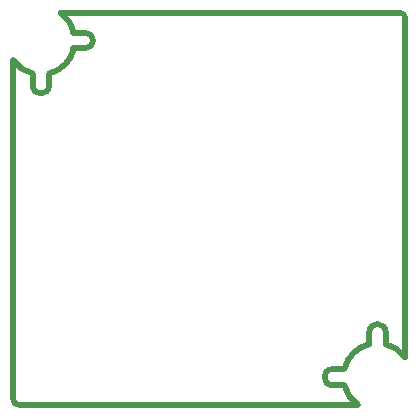
<source format=gm1>
G04*
G04 #@! TF.GenerationSoftware,Altium Limited,Altium Designer,18.1.6 (161)*
G04*
G04 Layer_Color=16711935*
%FSTAX24Y24*%
%MOIN*%
G70*
G01*
G75*
%ADD40C,0.0200*%
%ADD60C,0.0200*%
D40*
X004086Y001678D02*
D03*
X015376Y001678D02*
D03*
X015377Y001678D02*
D03*
X015379Y001682D02*
D03*
X015378Y001683D02*
D03*
X015378Y001683D02*
D03*
X015378Y001683D02*
D03*
X014935Y002332D02*
D03*
X014541Y002334D02*
D03*
X01576Y003709D02*
D03*
X015762Y004103D02*
D03*
X015762Y004103D02*
D03*
X016961Y003266D02*
D03*
X016966Y014559D02*
D03*
X016767Y014758D02*
D03*
D03*
X006311Y014082D02*
D03*
X006311Y014082D02*
D03*
X005092Y012727D02*
D03*
X003891Y01317D02*
D03*
D60*
X003886Y001877D02*
G03*
X004086Y001678I000199J0D01*
G01*
X015378Y001677D02*
G03*
X015382Y001679I000001J000002D01*
G01*
D02*
G03*
X015381Y001681I-000003J0D01*
G01*
X014935Y002332D02*
G03*
X015378Y001683I001101J000276D01*
G01*
X014935Y002332D02*
G03*
X014933Y002334I-000003J-000001D01*
G01*
X014541Y002882D02*
G03*
X014541Y002334I0J-000274D01*
G01*
X014933Y002882D02*
G03*
X014935Y002884I0J000003D01*
G01*
X01576Y003709D02*
G03*
X014935Y002884I000276J-001101D01*
G01*
X01576Y003709D02*
G03*
X015762Y003711I-000001J000003D01*
G01*
X01631Y004103D02*
G03*
X015762Y004103I-000274J0D01*
G01*
X01631Y003711D02*
G03*
X016312Y003709I000003J0D01*
G01*
X016961Y003266D02*
G03*
X016312Y003709I-000925J-000658D01*
G01*
X016961Y003266D02*
G03*
X016966Y003267I000002J000001D01*
G01*
Y014558D02*
G03*
X016966Y014559I-000003J0D01*
G01*
Y014558D02*
G03*
X016966Y014559I-000199J0D01*
G01*
Y014559D02*
G03*
X016767Y014758I-000199J-0D01*
G01*
X005476Y014758D02*
G03*
X005474Y014753I0J-000003D01*
G01*
X005917Y014105D02*
G03*
X005474Y014753I-001101J-000277D01*
G01*
X005901Y014086D02*
G03*
X005917Y014105I-002854J00226D01*
G01*
X005901Y014086D02*
G03*
X005901Y014084I000002J-000002D01*
G01*
Y014084D02*
G03*
X005903Y014082I000003J-0D01*
G01*
X006564Y013828D02*
G03*
X006311Y014082I-000253J0D01*
G01*
X006311Y013575D02*
G03*
X006564Y013828I0J000253D01*
G01*
X005903Y013575D02*
G03*
X005901Y013571I0J-000003D01*
G01*
X005917Y013551D02*
G03*
X005901Y013571I-002878J-002247D01*
G01*
X005092Y012727D02*
G03*
X005917Y013551I-000276J001101D01*
G01*
X005092Y012727D02*
G03*
X00509Y012725I000001J-000003D01*
G01*
X004542Y012333D02*
G03*
X00509Y012333I000274J0D01*
G01*
X004542Y012725D02*
G03*
X00454Y012727I-000003J0D01*
G01*
X003891Y01317D02*
G03*
X00454Y012727I000925J000658D01*
G01*
X003891Y01317D02*
G03*
X003886Y013169I-000002J-000001D01*
G01*
Y001878D02*
G03*
X003886Y001877I000003J0D01*
G01*
X004086Y001678D02*
Y001678D01*
Y001678D02*
X015376D01*
X015376Y001678D01*
X015376Y001678D02*
X015377Y001678D01*
X015377Y001678D02*
X015378Y001677D01*
X01538Y001682D02*
X015381Y001681D01*
X01538Y001682D02*
X01538Y001682D01*
X015379Y001682D02*
X01538Y001682D01*
X015378Y001683D02*
X015379Y001682D01*
X015378Y001683D02*
X015378Y001683D01*
X015378Y001683D01*
X015378Y001683D02*
X015378Y001683D01*
X014935Y002332D02*
X014935Y002332D01*
X014541Y002334D02*
X014933D01*
X014541Y002882D02*
X014933D01*
X014935Y002884D02*
X014935Y002884D01*
X01576Y003709D02*
X01576Y003709D01*
X015762Y003711D02*
Y004103D01*
X015762D02*
Y004103D01*
X01631Y003711D02*
Y004103D01*
X016312Y003709D02*
X016312Y003709D01*
X016961Y003266D02*
X016961Y003266D01*
X016966Y003267D02*
Y014558D01*
X016966D02*
Y014559D01*
X016767Y014758D02*
Y014758D01*
X016767Y014758D01*
X005476Y014758D02*
X016767D01*
X005474Y014753D02*
Y014753D01*
X005903Y014082D02*
X006311D01*
Y014082D02*
X006311D01*
X005903Y013575D02*
X006311D01*
X005901Y013571D02*
X005901D01*
X005092Y012727D02*
X005092Y012727D01*
X00509Y012333D02*
Y012725D01*
X004542Y012333D02*
Y012725D01*
X00454Y012727D02*
X00454Y012727D01*
X003891Y01317D02*
X003891Y01317D01*
X003886Y001878D02*
Y013169D01*
M02*

</source>
